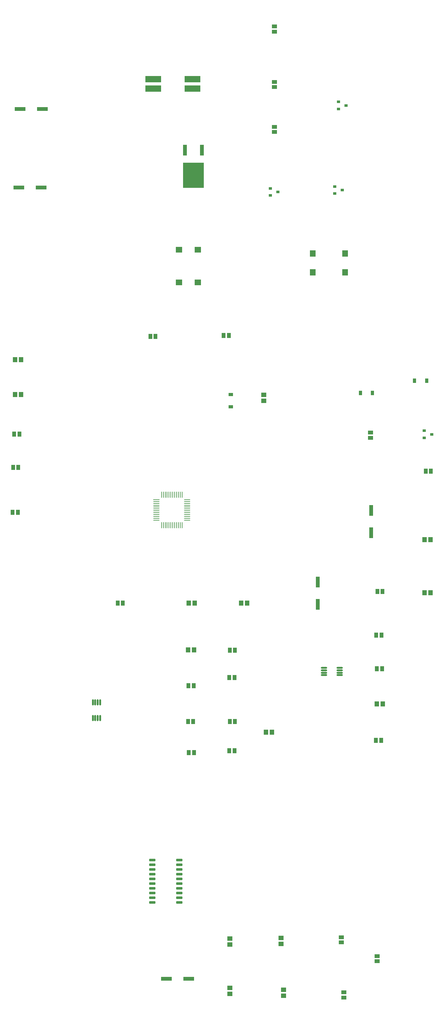
<source format=gtp>
G04*
G04 #@! TF.GenerationSoftware,Altium Limited,Altium Designer,23.4.1 (23)*
G04*
G04 Layer_Color=8421504*
%FSLAX25Y25*%
%MOIN*%
G70*
G04*
G04 #@! TF.SameCoordinates,4704FA20-ACEE-4373-A647-A7C3691A48C7*
G04*
G04*
G04 #@! TF.FilePolarity,Positive*
G04*
G01*
G75*
%ADD10R,0.03543X0.03150*%
%ADD11R,0.05339X0.04349*%
%ADD12R,0.04349X0.05339*%
%ADD13R,0.03583X0.04803*%
%ADD14R,0.11417X0.04331*%
%ADD15R,0.06693X0.05906*%
%ADD16R,0.05906X0.06693*%
%ADD17O,0.06693X0.01772*%
%ADD18O,0.01772X0.06693*%
%ADD19R,0.05136X0.05733*%
%ADD20R,0.04331X0.11417*%
G04:AMPARAMS|DCode=21|XSize=9.94mil|YSize=65.17mil|CornerRadius=4.97mil|HoleSize=0mil|Usage=FLASHONLY|Rotation=0.000|XOffset=0mil|YOffset=0mil|HoleType=Round|Shape=RoundedRectangle|*
%AMROUNDEDRECTD21*
21,1,0.00994,0.05523,0,0,0.0*
21,1,0.00000,0.06517,0,0,0.0*
1,1,0.00994,0.00000,-0.02761*
1,1,0.00994,0.00000,-0.02761*
1,1,0.00994,0.00000,0.02761*
1,1,0.00994,0.00000,0.02761*
%
%ADD21ROUNDEDRECTD21*%
G04:AMPARAMS|DCode=22|XSize=65.17mil|YSize=9.94mil|CornerRadius=4.97mil|HoleSize=0mil|Usage=FLASHONLY|Rotation=0.000|XOffset=0mil|YOffset=0mil|HoleType=Round|Shape=RoundedRectangle|*
%AMROUNDEDRECTD22*
21,1,0.06517,0.00000,0,0,0.0*
21,1,0.05523,0.00994,0,0,0.0*
1,1,0.00994,0.02761,0.00000*
1,1,0.00994,-0.02761,0.00000*
1,1,0.00994,-0.02761,0.00000*
1,1,0.00994,0.02761,0.00000*
%
%ADD22ROUNDEDRECTD22*%
%ADD23R,0.06517X0.00994*%
%ADD24R,0.04803X0.03583*%
%ADD25R,0.05733X0.05136*%
%ADD26R,0.22244X0.27165*%
%ADD27R,0.03937X0.11221*%
%ADD28R,0.16811X0.07008*%
G04:AMPARAMS|DCode=32|XSize=23.62mil|YSize=64.96mil|CornerRadius=2.01mil|HoleSize=0mil|Usage=FLASHONLY|Rotation=90.000|XOffset=0mil|YOffset=0mil|HoleType=Round|Shape=RoundedRectangle|*
%AMROUNDEDRECTD32*
21,1,0.02362,0.06095,0,0,90.0*
21,1,0.01961,0.06496,0,0,90.0*
1,1,0.00402,0.03047,0.00980*
1,1,0.00402,0.03047,-0.00980*
1,1,0.00402,-0.03047,-0.00980*
1,1,0.00402,-0.03047,0.00980*
%
%ADD32ROUNDEDRECTD32*%
D10*
X547500Y679980D02*
D03*
Y672500D02*
D03*
X555374Y676240D02*
D03*
X391937Y933500D02*
D03*
X384063Y929760D02*
D03*
Y937240D02*
D03*
X464374Y1025260D02*
D03*
X456500Y1021520D02*
D03*
Y1029000D02*
D03*
X460437Y935500D02*
D03*
X452563Y931760D02*
D03*
Y939240D02*
D03*
D11*
X490500Y678018D02*
D03*
Y672500D02*
D03*
X388500Y1109018D02*
D03*
Y1103500D02*
D03*
Y996982D02*
D03*
Y1002500D02*
D03*
Y1050259D02*
D03*
Y1044741D02*
D03*
X497500Y116982D02*
D03*
Y122500D02*
D03*
X462000Y78500D02*
D03*
Y84018D02*
D03*
X459500Y136982D02*
D03*
Y142500D02*
D03*
D12*
X554518Y637000D02*
D03*
X549000D02*
D03*
X262259Y780000D02*
D03*
X256741D02*
D03*
X340000Y781000D02*
D03*
X334482D02*
D03*
X340500Y418000D02*
D03*
X346018D02*
D03*
X346518Y447000D02*
D03*
X341000D02*
D03*
X302759Y409500D02*
D03*
X297241D02*
D03*
X302259Y371500D02*
D03*
X296741D02*
D03*
X297500Y338500D02*
D03*
X303018D02*
D03*
X346500Y371500D02*
D03*
X340982D02*
D03*
X497241Y427500D02*
D03*
X502759D02*
D03*
X503259Y509500D02*
D03*
X497741D02*
D03*
X501759Y351500D02*
D03*
X496241D02*
D03*
X340482Y340500D02*
D03*
X346000D02*
D03*
X496482Y463000D02*
D03*
X502000D02*
D03*
X112241Y676500D02*
D03*
X117759D02*
D03*
X111000Y641000D02*
D03*
X116518D02*
D03*
X116018Y593500D02*
D03*
X110500D02*
D03*
X227518Y497000D02*
D03*
X222000D02*
D03*
D13*
X479626Y720000D02*
D03*
X492500D02*
D03*
X537063Y733000D02*
D03*
X549937D02*
D03*
D14*
X140811Y938000D02*
D03*
X117189D02*
D03*
X142122Y1021500D02*
D03*
X118500D02*
D03*
X273689Y98500D02*
D03*
X297311D02*
D03*
D15*
X307000Y837500D02*
D03*
X287000D02*
D03*
Y872000D02*
D03*
X307000D02*
D03*
D16*
X463500Y868000D02*
D03*
Y848000D02*
D03*
X429000D02*
D03*
Y868000D02*
D03*
D17*
X457768Y420661D02*
D03*
Y423220D02*
D03*
Y425780D02*
D03*
Y428339D02*
D03*
X441232Y420661D02*
D03*
Y423220D02*
D03*
Y425780D02*
D03*
Y428339D02*
D03*
D18*
X203339Y391768D02*
D03*
X200780D02*
D03*
X198220D02*
D03*
X195661D02*
D03*
X203339Y375232D02*
D03*
X200780D02*
D03*
X198220D02*
D03*
X195661D02*
D03*
D19*
X379500Y360000D02*
D03*
X385805D02*
D03*
X296847Y447500D02*
D03*
X303153D02*
D03*
X497000Y390000D02*
D03*
X503305D02*
D03*
X547695Y508000D02*
D03*
X554000D02*
D03*
X547695Y564500D02*
D03*
X554000D02*
D03*
X303805Y497000D02*
D03*
X297500D02*
D03*
X353000D02*
D03*
X359305D02*
D03*
X113000Y755500D02*
D03*
X119305D02*
D03*
X113195Y718500D02*
D03*
X119500D02*
D03*
D20*
X491000Y571689D02*
D03*
Y595311D02*
D03*
X434500Y519311D02*
D03*
Y495689D02*
D03*
D21*
X268673Y612242D02*
D03*
X270642D02*
D03*
X272610D02*
D03*
X274579D02*
D03*
X276547D02*
D03*
X278516D02*
D03*
X280484D02*
D03*
X282453D02*
D03*
X284421D02*
D03*
X286390D02*
D03*
X288358D02*
D03*
X290327D02*
D03*
Y579758D02*
D03*
X288358D02*
D03*
X286390D02*
D03*
X284421D02*
D03*
X282453D02*
D03*
X280484D02*
D03*
X278516D02*
D03*
X276547D02*
D03*
X274579D02*
D03*
X272610D02*
D03*
X270642D02*
D03*
X268673D02*
D03*
D22*
X295742Y606827D02*
D03*
Y604858D02*
D03*
Y602890D02*
D03*
Y600921D02*
D03*
Y598953D02*
D03*
Y596984D02*
D03*
Y595016D02*
D03*
Y593047D02*
D03*
Y591079D02*
D03*
Y589110D02*
D03*
Y587142D02*
D03*
Y585173D02*
D03*
X263258D02*
D03*
Y587142D02*
D03*
Y589110D02*
D03*
Y591079D02*
D03*
Y593047D02*
D03*
Y595016D02*
D03*
Y596984D02*
D03*
Y598953D02*
D03*
Y600921D02*
D03*
Y602890D02*
D03*
Y604858D02*
D03*
D23*
Y606827D02*
D03*
D24*
X342000Y705563D02*
D03*
Y718437D02*
D03*
D25*
X377000Y718000D02*
D03*
Y711695D02*
D03*
X341000Y141153D02*
D03*
Y134847D02*
D03*
X398000Y80347D02*
D03*
Y86653D02*
D03*
X395500Y141805D02*
D03*
Y135500D02*
D03*
X341000Y88653D02*
D03*
Y82347D02*
D03*
D26*
X302500Y951000D02*
D03*
D27*
X293524Y977772D02*
D03*
X311476D02*
D03*
D28*
X301386Y1043000D02*
D03*
Y1053000D02*
D03*
X259614D02*
D03*
Y1043000D02*
D03*
D32*
X258728Y224500D02*
D03*
Y219500D02*
D03*
Y214500D02*
D03*
Y209500D02*
D03*
Y204500D02*
D03*
Y199500D02*
D03*
Y194500D02*
D03*
Y189500D02*
D03*
Y184500D02*
D03*
Y179500D02*
D03*
X287272Y224500D02*
D03*
Y219500D02*
D03*
Y214500D02*
D03*
Y209500D02*
D03*
Y204500D02*
D03*
Y199500D02*
D03*
Y194500D02*
D03*
Y189500D02*
D03*
Y184500D02*
D03*
Y179500D02*
D03*
M02*

</source>
